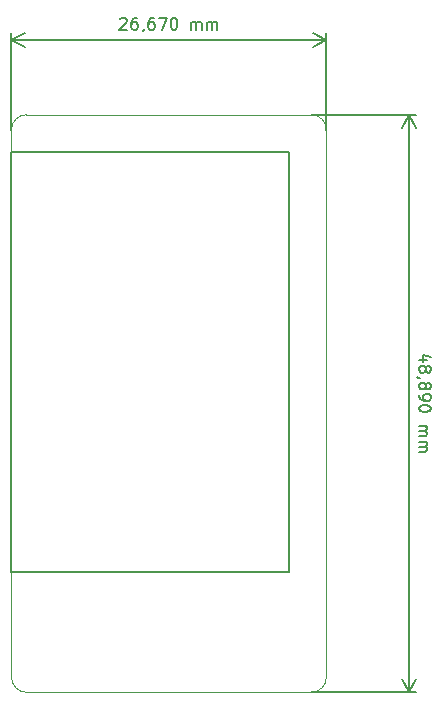
<source format=gbr>
%TF.GenerationSoftware,KiCad,Pcbnew,5.1.5+dfsg1-2~bpo10+1*%
%TF.CreationDate,Date%
%TF.ProjectId,CO2,434f322e-6b69-4636-9164-5f7063625858,rev?*%
%TF.SameCoordinates,Original*%
%TF.FileFunction,OtherDrawing,Comment*%
%FSLAX45Y45*%
G04 Gerber Fmt 4.5, Leading zero omitted, Abs format (unit mm)*
G04 Created by KiCad*
%MOMM*%
%LPD*%
G04 APERTURE LIST*
%ADD10C,0.120000*%
%ADD11C,0.150000*%
G04 APERTURE END LIST*
D10*
X-63500Y-4254500D02*
G75*
G02X-190500Y-4127500I0J127000D01*
G01*
X2476500Y-4127500D02*
G75*
G02X2349500Y-4254500I-127000J0D01*
G01*
D11*
X-190500Y-3238500D02*
X-190500Y317500D01*
X2159000Y-3238500D02*
X-190500Y-3238500D01*
X2159000Y317500D02*
X2159000Y-3238500D01*
X-190500Y317500D02*
X2159000Y317500D01*
X728714Y1445238D02*
X733476Y1450000D01*
X743000Y1454762D01*
X766809Y1454762D01*
X776333Y1450000D01*
X781095Y1445238D01*
X785857Y1435714D01*
X785857Y1426190D01*
X781095Y1411905D01*
X723952Y1354762D01*
X785857Y1354762D01*
X871571Y1454762D02*
X852524Y1454762D01*
X843000Y1450000D01*
X838238Y1445238D01*
X828714Y1430952D01*
X823952Y1411905D01*
X823952Y1373810D01*
X828714Y1364286D01*
X833476Y1359524D01*
X843000Y1354762D01*
X862048Y1354762D01*
X871571Y1359524D01*
X876333Y1364286D01*
X881095Y1373810D01*
X881095Y1397619D01*
X876333Y1407143D01*
X871571Y1411905D01*
X862048Y1416667D01*
X843000Y1416667D01*
X833476Y1411905D01*
X828714Y1407143D01*
X823952Y1397619D01*
X928714Y1359524D02*
X928714Y1354762D01*
X923952Y1345238D01*
X919190Y1340476D01*
X1014428Y1454762D02*
X995381Y1454762D01*
X985857Y1450000D01*
X981095Y1445238D01*
X971571Y1430952D01*
X966809Y1411905D01*
X966809Y1373810D01*
X971571Y1364286D01*
X976333Y1359524D01*
X985857Y1354762D01*
X1004905Y1354762D01*
X1014428Y1359524D01*
X1019190Y1364286D01*
X1023952Y1373810D01*
X1023952Y1397619D01*
X1019190Y1407143D01*
X1014428Y1411905D01*
X1004905Y1416667D01*
X985857Y1416667D01*
X976333Y1411905D01*
X971571Y1407143D01*
X966809Y1397619D01*
X1057286Y1454762D02*
X1123952Y1454762D01*
X1081095Y1354762D01*
X1181095Y1454762D02*
X1190619Y1454762D01*
X1200143Y1450000D01*
X1204905Y1445238D01*
X1209667Y1435714D01*
X1214429Y1416667D01*
X1214429Y1392857D01*
X1209667Y1373810D01*
X1204905Y1364286D01*
X1200143Y1359524D01*
X1190619Y1354762D01*
X1181095Y1354762D01*
X1171571Y1359524D01*
X1166810Y1364286D01*
X1162048Y1373810D01*
X1157286Y1392857D01*
X1157286Y1416667D01*
X1162048Y1435714D01*
X1166810Y1445238D01*
X1171571Y1450000D01*
X1181095Y1454762D01*
X1333476Y1354762D02*
X1333476Y1421429D01*
X1333476Y1411905D02*
X1338238Y1416667D01*
X1347762Y1421429D01*
X1362048Y1421429D01*
X1371571Y1416667D01*
X1376333Y1407143D01*
X1376333Y1354762D01*
X1376333Y1407143D02*
X1381095Y1416667D01*
X1390619Y1421429D01*
X1404905Y1421429D01*
X1414428Y1416667D01*
X1419190Y1407143D01*
X1419190Y1354762D01*
X1466809Y1354762D02*
X1466809Y1421429D01*
X1466809Y1411905D02*
X1471571Y1416667D01*
X1481095Y1421429D01*
X1495381Y1421429D01*
X1504905Y1416667D01*
X1509667Y1407143D01*
X1509667Y1354762D01*
X1509667Y1407143D02*
X1514428Y1416667D01*
X1523952Y1421429D01*
X1538238Y1421429D01*
X1547762Y1416667D01*
X1552524Y1407143D01*
X1552524Y1354762D01*
X-190500Y1270000D02*
X2476500Y1270000D01*
X-190500Y508000D02*
X-190500Y1328642D01*
X2476500Y508000D02*
X2476500Y1328642D01*
X2476500Y1270000D02*
X2363850Y1211358D01*
X2476500Y1270000D02*
X2363850Y1328642D01*
X-190500Y1270000D02*
X-77850Y1211358D01*
X-190500Y1270000D02*
X-77850Y1328642D01*
X3326428Y-1443328D02*
X3259762Y-1443328D01*
X3364524Y-1419518D02*
X3293095Y-1395709D01*
X3293095Y-1457613D01*
X3316905Y-1509994D02*
X3321667Y-1500471D01*
X3326428Y-1495709D01*
X3335952Y-1490947D01*
X3340714Y-1490947D01*
X3350238Y-1495709D01*
X3355000Y-1500471D01*
X3359762Y-1509994D01*
X3359762Y-1529042D01*
X3355000Y-1538566D01*
X3350238Y-1543328D01*
X3340714Y-1548090D01*
X3335952Y-1548090D01*
X3326428Y-1543328D01*
X3321667Y-1538566D01*
X3316905Y-1529042D01*
X3316905Y-1509994D01*
X3312143Y-1500471D01*
X3307381Y-1495709D01*
X3297857Y-1490947D01*
X3278809Y-1490947D01*
X3269286Y-1495709D01*
X3264524Y-1500471D01*
X3259762Y-1509994D01*
X3259762Y-1529042D01*
X3264524Y-1538566D01*
X3269286Y-1543328D01*
X3278809Y-1548090D01*
X3297857Y-1548090D01*
X3307381Y-1543328D01*
X3312143Y-1538566D01*
X3316905Y-1529042D01*
X3264524Y-1595709D02*
X3259762Y-1595709D01*
X3250238Y-1590947D01*
X3245476Y-1586185D01*
X3316905Y-1652852D02*
X3321667Y-1643328D01*
X3326428Y-1638566D01*
X3335952Y-1633804D01*
X3340714Y-1633804D01*
X3350238Y-1638566D01*
X3355000Y-1643328D01*
X3359762Y-1652852D01*
X3359762Y-1671899D01*
X3355000Y-1681423D01*
X3350238Y-1686185D01*
X3340714Y-1690947D01*
X3335952Y-1690947D01*
X3326428Y-1686185D01*
X3321667Y-1681423D01*
X3316905Y-1671899D01*
X3316905Y-1652852D01*
X3312143Y-1643328D01*
X3307381Y-1638566D01*
X3297857Y-1633804D01*
X3278809Y-1633804D01*
X3269286Y-1638566D01*
X3264524Y-1643328D01*
X3259762Y-1652852D01*
X3259762Y-1671899D01*
X3264524Y-1681423D01*
X3269286Y-1686185D01*
X3278809Y-1690947D01*
X3297857Y-1690947D01*
X3307381Y-1686185D01*
X3312143Y-1681423D01*
X3316905Y-1671899D01*
X3259762Y-1738566D02*
X3259762Y-1757613D01*
X3264524Y-1767137D01*
X3269286Y-1771899D01*
X3283571Y-1781423D01*
X3302619Y-1786185D01*
X3340714Y-1786185D01*
X3350238Y-1781423D01*
X3355000Y-1776661D01*
X3359762Y-1767137D01*
X3359762Y-1748090D01*
X3355000Y-1738566D01*
X3350238Y-1733804D01*
X3340714Y-1729042D01*
X3316905Y-1729042D01*
X3307381Y-1733804D01*
X3302619Y-1738566D01*
X3297857Y-1748090D01*
X3297857Y-1767137D01*
X3302619Y-1776661D01*
X3307381Y-1781423D01*
X3316905Y-1786185D01*
X3359762Y-1848090D02*
X3359762Y-1857613D01*
X3355000Y-1867137D01*
X3350238Y-1871899D01*
X3340714Y-1876661D01*
X3321667Y-1881423D01*
X3297857Y-1881423D01*
X3278809Y-1876661D01*
X3269286Y-1871899D01*
X3264524Y-1867137D01*
X3259762Y-1857613D01*
X3259762Y-1848090D01*
X3264524Y-1838566D01*
X3269286Y-1833804D01*
X3278809Y-1829042D01*
X3297857Y-1824280D01*
X3321667Y-1824280D01*
X3340714Y-1829042D01*
X3350238Y-1833804D01*
X3355000Y-1838566D01*
X3359762Y-1848090D01*
X3259762Y-2000471D02*
X3326428Y-2000471D01*
X3316905Y-2000471D02*
X3321667Y-2005232D01*
X3326428Y-2014756D01*
X3326428Y-2029042D01*
X3321667Y-2038566D01*
X3312143Y-2043328D01*
X3259762Y-2043328D01*
X3312143Y-2043328D02*
X3321667Y-2048090D01*
X3326428Y-2057613D01*
X3326428Y-2071899D01*
X3321667Y-2081423D01*
X3312143Y-2086185D01*
X3259762Y-2086185D01*
X3259762Y-2133804D02*
X3326428Y-2133804D01*
X3316905Y-2133804D02*
X3321667Y-2138566D01*
X3326428Y-2148090D01*
X3326428Y-2162375D01*
X3321667Y-2171899D01*
X3312143Y-2176661D01*
X3259762Y-2176661D01*
X3312143Y-2176661D02*
X3321667Y-2181423D01*
X3326428Y-2190947D01*
X3326428Y-2205233D01*
X3321667Y-2214756D01*
X3312143Y-2219518D01*
X3259762Y-2219518D01*
X3175000Y634511D02*
X3175000Y-4254500D01*
X2349500Y634511D02*
X3233642Y634511D01*
X2349500Y-4254500D02*
X3233642Y-4254500D01*
X3175000Y-4254500D02*
X3116358Y-4141850D01*
X3175000Y-4254500D02*
X3233642Y-4141850D01*
X3175000Y634511D02*
X3116358Y521861D01*
X3175000Y634511D02*
X3233642Y521861D01*
D10*
X-190500Y507511D02*
G75*
G02X-63500Y634511I127000J0D01*
G01*
X2349500Y634511D02*
G75*
G02X2476500Y507511I0J-127000D01*
G01*
X2476500Y-4127500D02*
X2476500Y508000D01*
X-63500Y-4254500D02*
X2349500Y-4254500D01*
X-190500Y508000D02*
X-190500Y-4127500D01*
X2349500Y634511D02*
X-63500Y634511D01*
M02*

</source>
